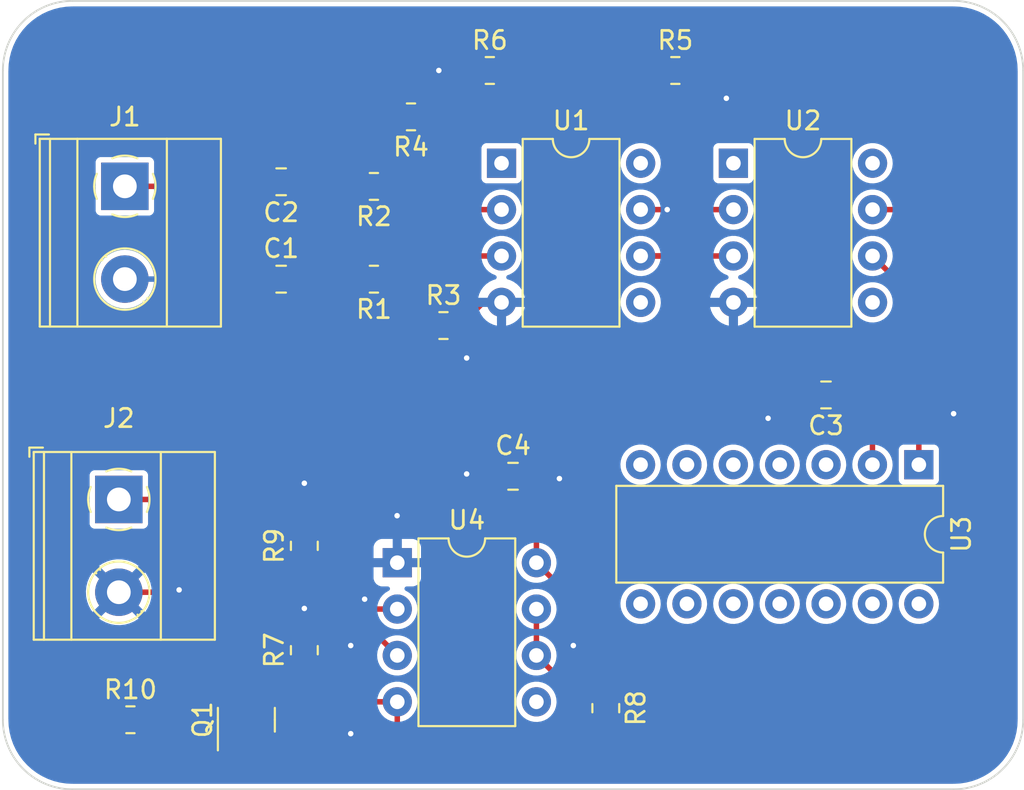
<source format=kicad_pcb>
(kicad_pcb (version 20211014) (generator pcbnew)
  (layers (0 "F.Cu" signal) (31 "B.Cu" power) (34 "B.Paste" user) (35 "F.Paste" user) (36 "B.SilkS" user "B.Silkscreen") (37 "F.SilkS" user "F.Silkscreen") (38 "B.Mask" user) (39 "F.Mask" user) (44 "Edge.Cuts" user))
  (net 0 "")
  (net 1 "Net-(C1-Pad1)")
  (net 2 "Net-(C1-Pad2)")
  (net 3 "Net-(C2-Pad1)")
  (net 4 "Net-(C2-Pad2)")
  (net 5 "Net-(C3-Pad1)")
  (net 6 "Net-(C3-Pad2)")
  (net 7 "GND")
  (net 8 "Net-(C4-Pad2)")
  (net 9 "+3.3V")
  (net 10 "Net-(Q1-Pad2)")
  (net 11 "Net-(Q1-Pad3)")
  (net 12 "Net-(R1-Pad1)")
  (net 13 "Net-(R2-Pad1)")
  (net 14 "Net-(R4-Pad1)")
  (net 15 "Net-(R5-Pad1)")
  (net 16 "+5V")
  (net 22 "Net-(U2-Pad6)")
  (footprint "Resistor_SMD:R_0805_2012Metric" (layer "F.Cu") (at 85.09 101.6)
    (fp_text reference "R6" (at 0 -1.65) (layer "F.SilkS"))
    (fp_text value "10k")
    (fp_line (start -0.227064 -0.735) (end 0.227064 -0.735) (layer "F.SilkS") (width 0.12))
    (fp_line (start -0.227064 0.735) (end 0.227064 0.735) (layer "F.SilkS") (width 0.12))
    (pad "1" smd roundrect (at -0.9125 0) (size 1.025 1.4) (layers "F.Cu" "F.Paste" "F.Mask") (roundrect_rratio 0.243902) (net 7 "GND"))
    (pad "2" smd roundrect (at 0.9125 0) (size 1.025 1.4) (layers "F.Cu" "F.Paste" "F.Mask") (roundrect_rratio 0.243902) (net 15 "Net-(R5-Pad1)"))
  )
  (footprint "TerminalBlock_Phoenix:TerminalBlock_Phoenix_MKDS-1,5-2-5.08_1x02_P5.08mm_Horizontal" (layer "F.Cu") (at 65.1 107.945 -90)
    (fp_text reference "J1" (at -3.805 0) (layer "F.SilkS"))
    (fp_text value "Screw_Terminal_01x02")
    (fp_line (start -2.84 4.9) (end -2.34 4.9) (layer "F.SilkS") (width 0.12))
    (fp_line (start -2.6 4.1) (end 7.68 4.1) (layer "F.SilkS") (width 0.12))
    (fp_line (start 3.853 1.023) (end 3.806 1.069) (layer "F.SilkS") (width 0.12))
    (fp_line (start -2.6 -5.261) (end -2.6 4.66) (layer "F.SilkS") (width 0.12))
    (fp_line (start -2.6 -2.301) (end 7.68 -2.301) (layer "F.SilkS") (width 0.12))
    (fp_line (start -2.6 4.66) (end 7.68 4.66) (layer "F.SilkS") (width 0.12))
    (fp_line (start -2.84 4.16) (end -2.84 4.9) (layer "F.SilkS") (width 0.12))
    (fp_line (start -2.6 -5.261) (end 7.68 -5.261) (layer "F.SilkS") (width 0.12))
    (fp_line (start 7.68 -5.261) (end 7.68 4.66) (layer "F.SilkS") (width 0.12))
    (fp_line (start 4.046 1.239) (end 4.011 1.274) (layer "F.SilkS") (width 0.12))
    (fp_line (start -2.6 2.6) (end 7.68 2.6) (layer "F.SilkS") (width 0.12))
    (fp_line (start 6.15 -1.275) (end 6.115 -1.239) (layer "F.SilkS") (width 0.12))
    (fp_line (start 6.355 -1.069) (end 6.308 -1.023) (layer "F.SilkS") (width 0.12))
    (fp_arc (start 0.683318 1.534756) (mid 0.349292 1.643288) (end 0 1.68) (layer "F.SilkS") (width 0.12))
    (fp_arc (start -1.535427 0.683042) (mid -1.680501 -0.000524) (end -1.535 -0.684) (layer "F.SilkS") (width 0.12))
    (fp_arc (start 1.535427 -0.683042) (mid 1.680501 0.000524) (end 1.535 0.684) (layer "F.SilkS") (width 0.12))
    (fp_arc (start -0.683042 -1.535427) (mid 0.000524 -1.680501) (end 0.684 -1.535) (layer "F.SilkS") (width 0.12))
    (fp_arc (start 0.028805 1.680253) (mid -0.335551 1.646659) (end -0.684 1.535) (layer "F.SilkS") (width 0.12))
    (fp_circle (center 5.08 0) (end 6.76 0) (layer "F.SilkS") (width 0.12) (fill none))
    (pad "1" thru_hole rect (at 0 0 270) (size 2.6 2.6) (drill 1.3) (layers *.Cu *.Mask) (net 4 "Net-(C2-Pad2)"))
    (pad "2" thru_hole circle (at 5.08 0 270) (size 2.6 2.6) (drill 1.3) (layers *.Cu *.Mask) (net 1 "Net-(C1-Pad1)"))
  )
  (footprint "Resistor_SMD:R_0805_2012Metric" (layer "F.Cu") (at 65.405 137.16)
    (fp_text reference "R10" (at 0 -1.65) (layer "F.SilkS"))
    (fp_text value "10k")
    (fp_line (start -0.227064 0.735) (end 0.227064 0.735) (layer "F.SilkS") (width 0.12))
    (fp_line (start -0.227064 -0.735) (end 0.227064 -0.735) (layer "F.SilkS") (width 0.12))
    (pad "1" smd roundrect (at -0.9125 0) (size 1.025 1.4) (layers "F.Cu" "F.Paste" "F.Mask") (roundrect_rratio 0.243902) (net 9 "+3.3V"))
    (pad "2" smd roundrect (at 0.9125 0) (size 1.025 1.4) (layers "F.Cu" "F.Paste" "F.Mask") (roundrect_rratio 0.243902) (net 11 "Net-(Q1-Pad3)"))
  )
  (footprint "Package_TO_SOT_SMD:SOT-23" (layer "F.Cu") (at 71.755 137.16 90)
    (fp_text reference "Q1" (at 0 -2.4 90) (layer "F.SilkS"))
    (fp_text value "2N7002K")
    (fp_line (start 0 -1.56) (end -1.675 -1.56) (layer "F.SilkS") (width 0.12))
    (fp_line (start 0 -1.56) (end 0.65 -1.56) (layer "F.SilkS") (width 0.12))
    (fp_line (start 0 1.56) (end 0.65 1.56) (layer "F.SilkS") (width 0.12))
    (fp_line (start 0 1.56) (end -0.65 1.56) (layer "F.SilkS") (width 0.12))
    (pad "1" smd roundrect (at -0.9375 -0.95 90) (size 1.475 0.6) (layers "F.Cu" "F.Paste" "F.Mask") (net 9 "+3.3V"))
    (pad "2" smd roundrect (at -0.9375 0.95 90) (size 1.475 0.6) (layers "F.Cu" "F.Paste" "F.Mask") (net 10 "Net-(Q1-Pad2)"))
    (pad "3" smd roundrect (at 0.9375 0 90) (size 1.475 0.6) (layers "F.Cu" "F.Paste" "F.Mask") (net 11 "Net-(Q1-Pad3)"))
  )
  (footprint "Resistor_SMD:R_0805_2012Metric" (layer "F.Cu") (at 80.772 104.14 180)
    (fp_text reference "R4" (at 0 -1.65) (layer "F.SilkS"))
    (fp_text value "10k")
    (fp_line (start -0.227064 -0.735) (end 0.227064 -0.735) (layer "F.SilkS") (width 0.12))
    (fp_line (start -0.227064 0.735) (end 0.227064 0.735) (layer "F.SilkS") (width 0.12))
    (pad "1" smd roundrect (at -0.9125 0 180) (size 1.025 1.4) (layers "F.Cu" "F.Paste" "F.Mask") (roundrect_rratio 0.243902) (net 14 "Net-(R4-Pad1)"))
    (pad "2" smd roundrect (at 0.9125 0 180) (size 1.025 1.4) (layers "F.Cu" "F.Paste" "F.Mask") (roundrect_rratio 0.243902) (net 13 "Net-(R2-Pad1)"))
  )
  (footprint "Capacitor_SMD:C_0805_2012Metric" (layer "F.Cu") (at 103.5 119.37 180)
    (fp_text reference "C3" (at 0 -1.68) (layer "F.SilkS"))
    (fp_text value "1uF")
    (fp_line (start -0.261252 0.735) (end 0.261252 0.735) (layer "F.SilkS") (width 0.12))
    (fp_line (start -0.261252 -0.735) (end 0.261252 -0.735) (layer "F.SilkS") (width 0.12))
    (pad "1" smd roundrect (at -0.95 0 180) (size 1 1.45) (layers "F.Cu" "F.Paste" "F.Mask") (net 5 "Net-(C3-Pad1)"))
    (pad "2" smd roundrect (at 0.95 0 180) (size 1 1.45) (layers "F.Cu" "F.Paste" "F.Mask") (net 6 "Net-(C3-Pad2)"))
  )
  (footprint "TerminalBlock_Phoenix:TerminalBlock_Phoenix_MKDS-1,5-2-5.08_1x02_P5.08mm_Horizontal" (layer "F.Cu") (at 64.77 125.095 -90)
    (fp_text reference "J2" (at -4.445 0) (layer "F.SilkS"))
    (fp_text value "Screw_Terminal_01x02")
    (fp_line (start -2.6 -2.301) (end 7.68 -2.301) (layer "F.SilkS") (width 0.12))
    (fp_line (start -2.84 4.16) (end -2.84 4.9) (layer "F.SilkS") (width 0.12))
    (fp_line (start -2.6 4.66) (end 7.68 4.66) (layer "F.SilkS") (width 0.12))
    (fp_line (start -2.84 4.9) (end -2.34 4.9) (layer "F.SilkS") (width 0.12))
    (fp_line (start -2.6 2.6) (end 7.68 2.6) (layer "F.SilkS") (width 0.12))
    (fp_line (start -2.6 -5.261) (end -2.6 4.66) (layer "F.SilkS") (width 0.12))
    (fp_line (start -2.6 4.1) (end 7.68 4.1) (layer "F.SilkS") (width 0.12))
    (fp_line (start 7.68 -5.261) (end 7.68 4.66) (layer "F.SilkS") (width 0.12))
    (fp_line (start 6.15 -1.275) (end 6.115 -1.239) (layer "F.SilkS") (width 0.12))
    (fp_line (start 6.355 -1.069) (end 6.308 -1.023) (layer "F.SilkS") (width 0.12))
    (fp_line (start -2.6 -5.261) (end 7.68 -5.261) (layer "F.SilkS") (width 0.12))
    (fp_line (start 3.853 1.023) (end 3.806 1.069) (layer "F.SilkS") (width 0.12))
    (fp_line (start 4.046 1.239) (end 4.011 1.274) (layer "F.SilkS") (width 0.12))
    (fp_arc (start 1.535427 -0.683042) (mid 1.680501 0.000524) (end 1.535 0.684) (layer "F.SilkS") (width 0.12))
    (fp_arc (start -1.535427 0.683042) (mid -1.680501 -0.000524) (end -1.535 -0.684) (layer "F.SilkS") (width 0.12))
    (fp_arc (start 0.683318 1.534756) (mid 0.349292 1.643288) (end 0 1.68) (layer "F.SilkS") (width 0.12))
    (fp_arc (start 0.028805 1.680253) (mid -0.335551 1.646659) (end -0.684 1.535) (layer "F.SilkS") (width 0.12))
    (fp_arc (start -0.683042 -1.535427) (mid 0.000524 -1.680501) (end 0.684 -1.535) (layer "F.SilkS") (width 0.12))
    (fp_circle (center 5.08 0) (end 6.76 0) (layer "F.SilkS") (width 0.12) (fill none))
    (pad "1" thru_hole rect (at 0 0 270) (size 2.6 2.6) (drill 1.3) (layers *.Cu *.Mask) (net 11 "Net-(Q1-Pad3)"))
    (pad "2" thru_hole circle (at 5.08 0 270) (size 2.6 2.6) (drill 1.3) (layers *.Cu *.Mask) (net 7 "GND"))
  )
  (footprint "Capacitor_SMD:C_0805_2012Metric" (layer "F.Cu") (at 73.66 113.03)
    (fp_text reference "C1" (at 0 -1.68) (layer "F.SilkS"))
    (fp_text value "200nF")
    (fp_line (start -0.261252 -0.735) (end 0.261252 -0.735) (layer "F.SilkS") (width 0.12))
    (fp_line (start -0.261252 0.735) (end 0.261252 0.735) (layer "F.SilkS") (width 0.12))
    (pad "1" smd roundrect (at -0.95 0) (size 1 1.45) (layers "F.Cu" "F.Paste" "F.Mask") (net 1 "Net-(C1-Pad1)"))
    (pad "2" smd roundrect (at 0.95 0) (size 1 1.45) (layers "F.Cu" "F.Paste" "F.Mask") (net 2 "Net-(C1-Pad2)"))
  )
  (footprint "Resistor_SMD:R_0805_2012Metric" (layer "F.Cu") (at 74.93 133.35 90)
    (fp_text reference "R7" (at 0 -1.65 90) (layer "F.SilkS"))
    (fp_text value "1k")
    (fp_line (start -0.227064 -0.735) (end 0.227064 -0.735) (layer "F.SilkS") (width 0.12))
    (fp_line (start -0.227064 0.735) (end 0.227064 0.735) (layer "F.SilkS") (width 0.12))
    (pad "1" smd roundrect (at -0.9125 0 90) (size 1.025 1.4) (layers "F.Cu" "F.Paste" "F.Mask") (roundrect_rratio 0.243902) (net 16 "+5V"))
    (pad "2" smd roundrect (at 0.9125 0 90) (size 1.025 1.4) (layers "F.Cu" "F.Paste" "F.Mask") (roundrect_rratio 0.243902) (net 6 "Net-(C3-Pad2)"))
  )
  (footprint "Resistor_SMD:R_0805_2012Metric" (layer "F.Cu") (at 74.93 127.635 90)
    (fp_text reference "R9" (at 0 -1.65 90) (layer "F.SilkS"))
    (fp_text value "10k")
    (fp_line (start -0.227064 0.735) (end 0.227064 0.735) (layer "F.SilkS") (width 0.12))
    (fp_line (start -0.227064 -0.735) (end 0.227064 -0.735) (layer "F.SilkS") (width 0.12))
    (pad "1" smd roundrect (at -0.9125 0 90) (size 1.025 1.4) (layers "F.Cu" "F.Paste" "F.Mask") (roundrect_rratio 0.243902) (net 16 "+5V"))
    (pad "2" smd roundrect (at 0.9125 0 90) (size 1.025 1.4) (layers "F.Cu" "F.Paste" "F.Mask") (roundrect_rratio 0.243902) (net 10 "Net-(Q1-Pad2)"))
  )
  (footprint "Capacitor_SMD:C_0805_2012Metric" (layer "F.Cu") (at 73.66 107.696 180)
    (fp_text reference "C2" (at 0 -1.68) (layer "F.SilkS"))
    (fp_text value "200nF")
    (fp_line (start -0.261252 -0.735) (end 0.261252 -0.735) (layer "F.SilkS") (width 0.12))
    (fp_line (start -0.261252 0.735) (end 0.261252 0.735) (layer "F.SilkS") (width 0.12))
    (pad "1" smd roundrect (at -0.95 0 180) (size 1 1.45) (layers "F.Cu" "F.Paste" "F.Mask") (net 3 "Net-(C2-Pad1)"))
    (pad "2" smd roundrect (at 0.95 0 180) (size 1 1.45) (layers "F.Cu" "F.Paste" "F.Mask") (net 4 "Net-(C2-Pad2)"))
  )
  (footprint "Resistor_SMD:R_0805_2012Metric" (layer "F.Cu") (at 82.55 115.57)
    (fp_text reference "R3" (at 0 -1.65) (layer "F.SilkS"))
    (fp_text value "10k")
    (fp_line (start -0.227064 0.735) (end 0.227064 0.735) (layer "F.SilkS") (width 0.12))
    (fp_line (start -0.227064 -0.735) (end 0.227064 -0.735) (layer "F.SilkS") (width 0.12))
    (pad "1" smd roundrect (at -0.9125 0) (size 1.025 1.4) (layers "F.Cu" "F.Paste" "F.Mask") (roundrect_rratio 0.243902) (net 12 "Net-(R1-Pad1)"))
    (pad "2" smd roundrect (at 0.9125 0) (size 1.025 1.4) (layers "F.Cu" "F.Paste" "F.Mask") (roundrect_rratio 0.243902) (net 7 "GND"))
  )
  (footprint "Resistor_SMD:R_0805_2012Metric" (layer "F.Cu") (at 91.44 136.525 -90)
    (fp_text reference "R8" (at 0 -1.65 90) (layer "F.SilkS"))
    (fp_text value "1.8k")
    (fp_line (start -0.227064 0.735) (end 0.227064 0.735) (layer "F.SilkS") (width 0.12))
    (fp_line (start -0.227064 -0.735) (end 0.227064 -0.735) (layer "F.SilkS") (width 0.12))
    (pad "1" smd roundrect (at -0.9125 0 270) (size 1.025 1.4) (layers "F.Cu" "F.Paste" "F.Mask") (roundrect_rratio 0.243902) (net 16 "+5V"))
    (pad "2" smd roundrect (at 0.9125 0 270) (size 1.025 1.4) (layers "F.Cu" "F.Paste" "F.Mask") (roundrect_rratio 0.243902) (net 8 "Net-(C4-Pad2)"))
  )
  (footprint "Resistor_SMD:R_0805_2012Metric" (layer "F.Cu") (at 95.25 101.6)
    (fp_text reference "R5" (at 0 -1.65) (layer "F.SilkS"))
    (fp_text value "10k")
    (fp_line (start -0.227064 -0.735) (end 0.227064 -0.735) (layer "F.SilkS") (width 0.12))
    (fp_line (start -0.227064 0.735) (end 0.227064 0.735) (layer "F.SilkS") (width 0.12))
    (pad "1" smd roundrect (at -0.9125 0) (size 1.025 1.4) (layers "F.Cu" "F.Paste" "F.Mask") (roundrect_rratio 0.243902) (net 15 "Net-(R5-Pad1)"))
    (pad "2" smd roundrect (at 0.9125 0) (size 1.025 1.4) (layers "F.Cu" "F.Paste" "F.Mask") (roundrect_rratio 0.243902) (net 16 "+5V"))
  )
  (footprint "Resistor_SMD:R_0805_2012Metric" (layer "F.Cu") (at 78.74 107.95 180)
    (fp_text reference "R2" (at 0 -1.65) (layer "F.SilkS"))
    (fp_text value "10k")
    (fp_line (start -0.227064 -0.735) (end 0.227064 -0.735) (layer "F.SilkS") (width 0.12))
    (fp_line (start -0.227064 0.735) (end 0.227064 0.735) (layer "F.SilkS") (width 0.12))
    (pad "1" smd roundrect (at -0.9125 0 180) (size 1.025 1.4) (layers "F.Cu" "F.Paste" "F.Mask") (roundrect_rratio 0.243902) (net 13 "Net-(R2-Pad1)"))
    (pad "2" smd roundrect (at 0.9125 0 180) (size 1.025 1.4) (layers "F.Cu" "F.Paste" "F.Mask") (roundrect_rratio 0.243902) (net 3 "Net-(C2-Pad1)"))
  )
  (footprint "Package_DIP:DIP-8_W7.62mm" (layer "F.Cu") (at 98.43 106.68)
    (fp_text reference "U2" (at 3.81 -2.33) (layer "F.SilkS"))
    (fp_text value "LM741")
    (fp_line (start 2.81 -1.33) (end 1.16 -1.33) (layer "F.SilkS") (width 0.12))
    (fp_line (start 1.16 -1.33) (end 1.16 8.95) (layer "F.SilkS") (width 0.12))
    (fp_line (start 6.46 -1.33) (end 4.81 -1.33) (layer "F.SilkS") (width 0.12))
    (fp_line (start 6.46 8.95) (end 6.46 -1.33) (layer "F.SilkS") (width 0.12))
    (fp_line (start 1.16 8.95) (end 6.46 8.95) (layer "F.SilkS") (width 0.12))
    (fp_arc (start 4.81 -1.33) (mid 3.81 -0.33) (end 2.81 -1.33) (layer "F.SilkS") (width 0.12))
    (pad "1" thru_hole rect (at 0 0) (size 1.6 1.6) (drill 0.8) (layers *.Cu *.Mask))
    (pad "2" thru_hole oval (at 0 2.54) (size 1.6 1.6) (drill 0.8) (layers *.Cu *.Mask) (net 15 "Net-(R5-Pad1)"))
    (pad "3" thru_hole oval (at 0 5.08) (size 1.6 1.6) (drill 0.8) (layers *.Cu *.Mask) (net 14 "Net-(R4-Pad1)"))
    (pad "4" thru_hole oval (at 0 7.62) (size 1.6 1.6) (drill 0.8) (layers *.Cu *.Mask) (net 7 "GND"))
    (pad "5" thru_hole oval (at 7.62 7.62) (size 1.6 1.6) (drill 0.8) (layers *.Cu *.Mask))
    (pad "6" thru_hole oval (at 7.62 5.08) (size 1.6 1.6) (drill 0.8) (layers *.Cu *.Mask) (net 22 "Net-(U2-Pad6)"))
    (pad "7" thru_hole oval (at 7.62 2.54) (size 1.6 1.6) (drill 0.8) (layers *.Cu *.Mask) (net 16 "+5V"))
    (pad "8" thru_hole oval (at 7.62 0) (size 1.6 1.6) (drill 0.8) (layers *.Cu *.Mask))
  )
  (footprint "Resistor_SMD:R_0805_2012Metric" (layer "F.Cu") (at 78.74 113.03 180)
    (fp_text reference "R1" (at 0 -1.65) (layer "F.SilkS"))
    (fp_text value "10k")
    (fp_line (start -0.227064 -0.735) (end 0.227064 -0.735) (layer "F.SilkS") (width 0.12))
    (fp_line (start -0.227064 0.735) (end 0.227064 0.735) (layer "F.SilkS") (width 0.12))
    (pad "1" smd roundrect (at -0.9125 0 180) (size 1.025 1.4) (layers "F.Cu" "F.Paste" "F.Mask") (roundrect_rratio 0.243902) (net 12 "Net-(R1-Pad1)"))
    (pad "2" smd roundrect (at 0.9125 0 180) (size 1.025 1.4) (layers "F.Cu" "F.Paste" "F.Mask") (roundrect_rratio 0.243902) (net 2 "Net-(C1-Pad2)"))
  )
  (footprint "Capacitor_SMD:C_0805_2012Metric" (layer "F.Cu") (at 86.36 123.825)
    (fp_text reference "C4" (at 0 -1.68) (layer "F.SilkS"))
    (fp_text value "100nF")
    (fp_line (start -0.261252 -0.735) (end 0.261252 -0.735) (layer "F.SilkS") (width 0.12))
    (fp_line (start -0.261252 0.735) (end 0.261252 0.735) (layer "F.SilkS") (width 0.12))
    (pad "1" smd roundrect (at -0.95 0) (size 1 1.45) (layers "F.Cu" "F.Paste" "F.Mask") (net 7 "GND"))
    (pad "2" smd roundrect (at 0.95 0) (size 1 1.45) (layers "F.Cu" "F.Paste" "F.Mask") (net 8 "Net-(C4-Pad2)"))
  )
  (footprint "Package_DIP:DIP-14_W7.62mm" (layer "F.Cu") (at 108.585 123.19 -90)
    (fp_text reference "U3" (at 3.81 -2.33 90) (layer "F.SilkS"))
    (fp_text value "74LS04")
    (fp_line (start 2.81 -1.33) (end 1.16 -1.33) (layer "F.SilkS") (width 0.12))
    (fp_line (start 6.46 16.57) (end 6.46 -1.33) (layer "F.SilkS") (width 0.12))
    (fp_line (start 6.46 -1.33) (end 4.81 -1.33) (layer "F.SilkS") (width 0.12))
    (fp_line (start 1.16 16.57) (end 6.46 16.57) (layer "F.SilkS") (width 0.12))
    (fp_line (start 1.16 -1.33) (end 1.16 16.57) (layer "F.SilkS") (width 0.12))
    (fp_arc (start 4.81 -1.33) (mid 3.81 -0.33) (end 2.81 -1.33) (layer "F.SilkS") (width 0.12))
    (pad "1" thru_hole rect (at 0 0 270) (size 1.6 1.6) (drill 0.8) (layers *.Cu *.Mask) (net 22 "Net-(U2-Pad6)"))
    (pad "2" thru_hole oval (at 0 2.54 270) (size 1.6 1.6) (drill 0.8) (layers *.Cu *.Mask) (net 5 "Net-(C3-Pad1)"))
    (pad "3" thru_hole oval (at 0 5.08 270) (size 1.6 1.6) (drill 0.8) (layers *.Cu *.Mask))
    (pad "4" thru_hole oval (at 0 7.62 270) (size 1.6 1.6) (drill 0.8) (layers *.Cu *.Mask))
    (pad "5" thru_hole oval (at 0 10.16 270) (size 1.6 1.6) (drill 0.8) (layers *.Cu *.Mask))
    (pad "6" thru_hole oval (at 0 12.7 270) (size 1.6 1.6) (drill 0.8) (layers *.Cu *.Mask))
    (pad "7" thru_hole oval (at 0 15.24 270) (size 1.6 1.6) (drill 0.8) (layers *.Cu *.Mask))
    (pad "8" thru_hole oval (at 7.62 15.24 270) (size 1.6 1.6) (drill 0.8) (layers *.Cu *.Mask))
    (pad "9" thru_hole oval (at 7.62 12.7 270) (size 1.6 1.6) (drill 0.8) (layers *.Cu *.Mask))
    (pad "10" thru_hole oval (at 7.62 10.16 270) (size 1.6 1.6) (drill 0.8) (layers *.Cu *.Mask))
    (pad "11" thru_hole oval (at 7.62 7.62 270) (size 1.6 1.6) (drill 0.8) (layers *.Cu *.Mask))
    (pad "12" thru_hole oval (at 7.62 5.08 270) (size 1.6 1.6) (drill 0.8) (layers *.Cu *.Mask))
    (pad "13" thru_hole oval (at 7.62 2.54 270) (size 1.6 1.6) (drill 0.8) (layers *.Cu *.Mask))
    (pad "14" thru_hole oval (at 7.62 0 270) (size 1.6 1.6) (drill 0.8) (layers *.Cu *.Mask))
  )
  (footprint "Package_DIP:DIP-8_W7.62mm" (layer "F.Cu") (at 80.02 128.5575)
    (fp_text reference "U4" (at 3.81 -2.33) (layer "F.SilkS"))
    (fp_text value "NA555P")
    (fp_line (start 1.16 -1.33) (end 1.16 8.95) (layer "F.SilkS") (width 0.12))
    (fp_line (start 6.46 8.95) (end 6.46 -1.33) (layer "F.SilkS") (width 0.12))
    (fp_line (start 6.46 -1.33) (end 4.81 -1.33) (layer "F.SilkS") (width 0.12))
    (fp_line (start 1.16 8.95) (end 6.46 8.95) (layer "F.SilkS") (width 0.12))
    (fp_line (start 2.81 -1.33) (end 1.16 -1.33) (layer "F.SilkS") (width 0.12))
    (fp_arc (start 4.81 -1.33) (mid 3.81 -0.33) (end 2.81 -1.33) (layer "F.SilkS") (width 0.12))
    (pad "1" thru_hole rect (at 0 0) (size 1.6 1.6) (drill 0.8) (layers *.Cu *.Mask) (net 7 "GND"))
    (pad "2" thru_hole oval (at 0 2.54) (size 1.6 1.6) (drill 0.8) (layers *.Cu *.Mask) (net 6 "Net-(C3-Pad2)"))
    (pad "3" thru_hole oval (at 0 5.08) (size 1.6 1.6) (drill 0.8) (layers *.Cu *.Mask) (net 10 "Net-(Q1-Pad2)"))
    (pad "4" thru_hole oval (at 0 7.62) (size 1.6 1.6) (drill 0.8) (layers *.Cu *.Mask) (net 16 "+5V"))
    (pad "5" thru_hole oval (at 7.62 7.62) (size 1.6 1.6) (drill 0.8) (layers *.Cu *.Mask))
    (pad "6" thru_hole oval (at 7.62 5.08) (size 1.6 1.6) (drill 0.8) (layers *.Cu *.Mask) (net 8 "Net-(C4-Pad2)"))
    (pad "7" thru_hole oval (at 7.62 2.54) (size 1.6 1.6) (drill 0.8) (layers *.Cu *.Mask) (net 8 "Net-(C4-Pad2)"))
    (pad "8" thru_hole oval (at 7.62 0) (size 1.6 1.6) (drill 0.8) (layers *.Cu *.Mask) (net 16 "+5V"))
  )
  (footprint "Package_DIP:DIP-8_W7.62mm" (layer "F.Cu") (at 85.73 106.68)
    (fp_text reference "U1" (at 3.81 -2.33) (layer "F.SilkS"))
    (fp_text value "LM741")
    (fp_line (start 1.16 8.95) (end 6.46 8.95) (layer "F.SilkS") (width 0.12))
    (fp_line (start 2.81 -1.33) (end 1.16 -1.33) (layer "F.SilkS") (width 0.12))
    (fp_line (start 1.16 -1.33) (end 1.16 8.95) (layer "F.SilkS") (width 0.12))
    (fp_line (start 6.46 -1.33) (end 4.81 -1.33) (layer "F.SilkS") (width 0.12))
    (fp_line (start 6.46 8.95) (end 6.46 -1.33) (layer "F.SilkS") (width 0.12))
    (fp_arc (start 4.81 -1.33) (mid 3.81 -0.33) (end 2.81 -1.33) (layer "F.SilkS") (width 0.12))
    (pad "1" thru_hole rect (at 0 0) (size 1.6 1.6) (drill 0.8) (layers *.Cu *.Mask))
    (pad "2" thru_hole oval (at 0 2.54) (size 1.6 1.6) (drill 0.8) (layers *.Cu *.Mask) (net 13 "Net-(R2-Pad1)"))
    (pad "3" thru_hole oval (at 0 5.08) (size 1.6 1.6) (drill 0.8) (layers *.Cu *.Mask) (net 12 "Net-(R1-Pad1)"))
    (pad "4" thru_hole oval (at 0 7.62) (size 1.6 1.6) (drill 0.8) (layers *.Cu *.Mask) (net 7 "GND"))
    (pad "5" thru_hole oval (at 7.62 7.62) (size 1.6 1.6) (drill 0.8) (layers *.Cu *.Mask))
    (pad "6" thru_hole oval (at 7.62 5.08) (size 1.6 1.6) (drill 0.8) (layers *.Cu *.Mask) (net 14 "Net-(R4-Pad1)"))
    (pad "7" thru_hole oval (at 7.62 2.54) (size 1.6 1.6) (drill 0.8) (layers *.Cu *.Mask) (net 16 "+5V"))
    (pad "8" thru_hole oval (at 7.62 0) (size 1.6 1.6) (drill 0.8) (layers *.Cu *.Mask))
  )
  (gr_arc (start 58.42 101.6) (mid 59.535923 98.905923) (end 62.23 97.79) (layer "Edge.Cuts") (width 0.1))
  (gr_line (start 114.3 137.16) (end 114.3 101.6) (layer "Edge.Cuts") (width 0.1))
  (gr_line (start 110.49 97.79) (end 62.23 97.79) (layer "Edge.Cuts") (width 0.1))
  (gr_arc (start 62.23 140.97) (mid 59.535923 139.854077) (end 58.42 137.16) (layer "Edge.Cuts") (width 0.1))
  (gr_line (start 62.23 140.97) (end 110.49 140.97) (layer "Edge.Cuts") (width 0.1))
  (gr_line (start 58.42 101.6) (end 58.42 137.16) (layer "Edge.Cuts") (width 0.1))
  (gr_arc (start 110.49 97.79) (mid 113.184077 98.905923) (end 114.3 101.6) (layer "Edge.Cuts") (width 0.1))
  (gr_arc (start 114.3 137.16) (mid 113.184077 139.854077) (end 110.49 140.97) (layer "Edge.Cuts") (width 0.1))
  (segment (start 72.395 113.025) (end 72.644 112.776) (width 0.3) (layer "B.Cu") (net 1))
  (segment (start 65.1 113.025) (end 72.395 113.025) (width 0.3) (layer "B.Cu") (net 1))
  (segment (start 74.61 113.03) (end 77.8275 113.03) (width 0.3) (layer "F.Cu") (net 2))
  (segment (start 77.5735 107.696) (end 77.8275 107.95) (width 0.3) (layer "F.Cu") (net 3))
  (segment (start 74.61 107.696) (end 77.5735 107.696) (width 0.3) (layer "F.Cu") (net 3))
  (segment (start 72.461 107.945) (end 65.1 107.945) (width 0.3) (layer "F.Cu") (net 4))
  (segment (start 72.71 107.696) (end 72.461 107.945) (width 0.3) (layer "F.Cu") (net 4))
  (segment (start 104.45 119.37) (end 106.045 120.965) (width 0.3) (layer "F.Cu") (net 5))
  (segment (start 106.045 120.965) (end 106.045 123.19) (width 0.3) (layer "F.Cu") (net 5))
  (segment (start 80.02 131.0975) (end 78.7735 131.0975) (width 0.3) (layer "F.Cu") (net 6))
  (segment (start 74.93 124.206) (end 79.766 119.37) (width 0.3) (layer "F.Cu") (net 6))
  (segment (start 78.7735 131.0975) (end 78.232 130.556) (width 0.3) (layer "F.Cu") (net 6))
  (segment (start 79.766 119.37) (end 102.55 119.37) (width 0.3) (layer "F.Cu") (net 6))
  (segment (start 74.93 132.4375) (end 74.93 131.064) (width 0.3) (layer "F.Cu") (net 6))
  (via (at 78.232 130.556) (size 0.7) (drill 0.3) (layers "F.Cu" "B.Cu") (net 6))
  (via (at 74.93 131.064) (size 0.7) (drill 0.3) (layers "F.Cu" "B.Cu") (net 6))
  (via (at 74.93 124.206) (size 0.7) (drill 0.3) (layers "F.Cu" "B.Cu") (net 6))
  (segment (start 74.93 130.556) (end 74.93 124.206) (width 0.3) (layer "B.Cu") (net 6))
  (segment (start 74.93 131.064) (end 74.93 130.556) (width 0.3) (layer "B.Cu") (net 6))
  (segment (start 78.232 130.556) (end 74.93 130.556) (width 0.3) (layer "B.Cu") (net 6))
  (segment (start 64.77 130.175) (end 67.945 130.175) (width 0.3) (layer "F.Cu") (net 7))
  (segment (start 84.1775 101.6) (end 82.296 101.6) (width 0.3) (layer "F.Cu") (net 7))
  (segment (start 83.4625 116.9905) (end 83.82 117.348) (width 0.3) (layer "F.Cu") (net 7))
  (segment (start 83.4625 115.57) (end 83.4625 116.9905) (width 0.3) (layer "F.Cu") (net 7))
  (segment (start 85.41 123.825) (end 83.947 123.825) (width 0.3) (layer "F.Cu") (net 7))
  (segment (start 67.945 130.175) (end 68.072 130.048) (width 0.3) (layer "F.Cu") (net 7))
  (segment (start 83.947 123.825) (end 83.82 123.698) (width 0.3) (layer "F.Cu") (net 7))
  (segment (start 85.73 114.3) (end 84.7325 114.3) (width 0.3) (layer "F.Cu") (net 7))
  (segment (start 84.7325 114.3) (end 83.4625 115.57) (width 0.3) (layer "F.Cu") (net 7))
  (via (at 83.82 123.698) (size 0.7) (drill 0.3) (layers "F.Cu" "B.Cu") (net 7))
  (via (at 82.296 101.6) (size 0.7) (drill 0.3) (layers "F.Cu" "B.Cu") (net 7))
  (via (at 68.072 130.048) (size 0.7) (drill 0.3) (layers "F.Cu" "B.Cu") (net 7))
  (via (at 83.82 117.348) (size 0.7) (drill 0.3) (layers "F.Cu" "B.Cu") (net 7))
  (via (at 80.01 125.984) (size 0.7) (drill 0.3) (layers "F.Cu" "B.Cu") (net 7))
  (segment (start 80.02 128.5575) (end 80.02 125.994) (width 0.3) (layer "B.Cu") (net 7))
  (segment (start 80.02 125.994) (end 80.01 125.984) (width 0.3) (layer "B.Cu") (net 7))
  (segment (start 88.6225 134.62) (end 87.64 133.6375) (width 0.3) (layer "F.Cu") (net 8))
  (segment (start 89.408 134.62) (end 88.6225 134.62) (width 0.3) (layer "F.Cu") (net 8))
  (segment (start 87.64 131.0975) (end 87.64 133.6375) (width 0.3) (layer "F.Cu") (net 8))
  (segment (start 87.31 123.825) (end 88.773 123.825) (width 0.3) (layer "F.Cu") (net 8))
  (segment (start 88.773 123.825) (end 88.9 123.952) (width 0.3) (layer "F.Cu") (net 8))
  (segment (start 89.408 136.144) (end 89.408 134.62) (width 0.3) (layer "F.Cu") (net 8))
  (segment (start 90.7015 137.4375) (end 89.408 136.144) (width 0.3) (layer "F.Cu") (net 8))
  (segment (start 89.662 133.096) (end 89.662 134.366) (width 0.3) (layer "F.Cu") (net 8))
  (segment (start 89.662 134.366) (end 89.408 134.62) (width 0.3) (layer "F.Cu") (net 8))
  (segment (start 91.44 137.4375) (end 90.7015 137.4375) (width 0.3) (layer "F.Cu") (net 8))
  (via (at 88.9 123.952) (size 0.7) (drill 0.3) (layers "F.Cu" "B.Cu") (net 8))
  (via (at 89.662 133.096) (size 0.7) (drill 0.3) (layers "F.Cu" "B.Cu") (net 8))
  (segment (start 90.17 125.222) (end 90.17 127.508) (width 0.3) (layer "B.Cu") (net 8))
  (segment (start 90.17 132.334) (end 89.662 132.842) (width 0.3) (layer "B.Cu") (net 8))
  (segment (start 88.9 123.952) (end 90.17 125.222) (width 0.3) (layer "B.Cu") (net 8))
  (segment (start 90.17 127.508) (end 90.17 132.334) (width 0.3) (layer "B.Cu") (net 8))
  (segment (start 89.662 132.842) (end 89.662 133.096) (width 0.3) (layer "B.Cu") (net 8))
  (segment (start 67.31 138.684) (end 66.0165 138.684) (width 0.3) (layer "F.Cu") (net 9))
  (segment (start 70.805 138.0975) (end 67.8965 138.0975) (width 0.3) (layer "F.Cu") (net 9))
  (segment (start 66.0165 138.684) (end 64.4925 137.16) (width 0.3) (layer "F.Cu") (net 9))
  (segment (start 67.8965 138.0975) (end 67.31 138.684) (width 0.3) (layer "F.Cu") (net 9))
  (segment (start 77.47 137.922) (end 72.8805 137.922) (width 0.3) (layer "F.Cu") (net 10))
  (segment (start 77.47 127.254) (end 77.47 131.0875) (width 0.3) (layer "F.Cu") (net 10))
  (segment (start 76.962 126.746) (end 77.47 127.254) (width 0.3) (layer "F.Cu") (net 10))
  (segment (start 74.93 126.7225) (end 74.9535 126.746) (width 0.3) (layer "F.Cu") (net 10))
  (segment (start 74.9535 126.746) (end 76.962 126.746) (width 0.3) (layer "F.Cu") (net 10))
  (segment (start 77.47 131.0875) (end 77.47 133.096) (width 0.3) (layer "F.Cu") (net 10))
  (segment (start 77.47 131.0875) (end 80.02 133.6375) (width 0.3) (layer "F.Cu") (net 10))
  (segment (start 72.8805 137.922) (end 72.705 138.0975) (width 0.3) (layer "F.Cu") (net 10))
  (via (at 77.47 133.096) (size 0.7) (drill 0.3) (layers "F.Cu" "B.Cu") (net 10))
  (via (at 77.47 137.922) (size 0.7) (drill 0.3) (layers "F.Cu" "B.Cu") (net 10))
  (segment (start 77.47 133.096) (end 77.47 137.922) (width 0.3) (layer "B.Cu") (net 10))
  (segment (start 71.755 136.2225) (end 71.755 128.905) (width 0.3) (layer "F.Cu") (net 11))
  (segment (start 67.945 125.095) (end 64.77 125.095) (width 0.3) (layer "F.Cu") (net 11))
  (segment (start 71.755 136.2225) (end 67.255 136.2225) (width 0.3) (layer "F.Cu") (net 11))
  (segment (start 67.255 136.2225) (end 66.3175 137.16) (width 0.3) (layer "F.Cu") (net 11))
  (segment (start 71.755 128.905) (end 67.945 125.095) (width 0.3) (layer "F.Cu") (net 11))
  (segment (start 80.9225 111.76) (end 79.6525 113.03) (width 0.3) (layer "F.Cu") (net 12))
  (segment (start 85.73 111.76) (end 80.9225 111.76) (width 0.3) (layer "F.Cu") (net 12))
  (segment (start 79.6525 113.03) (end 79.6525 113.585) (width 0.3) (layer "F.Cu") (net 12))
  (segment (start 79.6525 113.585) (end 81.6375 115.57) (width 0.3) (layer "F.Cu") (net 12))
  (segment (start 80.9225 109.22) (end 79.6525 107.95) (width 0.3) (layer "F.Cu") (net 13))
  (segment (start 85.73 109.22) (end 80.9225 109.22) (width 0.3) (layer "F.Cu") (net 13))
  (segment (start 79.8595 107.743) (end 79.6525 107.95) (width 0.3) (layer "F.Cu") (net 13))
  (segment (start 79.8595 104.14) (end 79.8595 107.743) (width 0.3) (layer "F.Cu") (net 13))
  (segment (start 98.43 111.76) (end 93.35 111.76) (width 0.3) (layer "F.Cu") (net 14))
  (segment (start 95.758 105.41) (end 95.758 110.49) (width 0.3) (layer "F.Cu") (net 14))
  (segment (start 95.758 110.49) (end 94.488 111.76) (width 0.3) (layer "F.Cu") (net 14))
  (segment (start 94.488 111.76) (end 93.35 111.76) (width 0.3) (layer "F.Cu") (net 14))
  (segment (start 81.6845 104.14) (end 94.488 104.14) (width 0.3) (layer "F.Cu") (net 14))
  (segment (start 94.488 104.14) (end 95.758 105.41) (width 0.3) (layer "F.Cu") (net 14))
  (segment (start 94.3375 101.6) (end 86.0025 101.6) (width 0.3) (layer "F.Cu") (net 15))
  (segment (start 94.488 103.124) (end 95.504 103.124) (width 0.3) (layer "F.Cu") (net 15))
  (segment (start 96.52 104.14) (end 96.52 108.712) (width 0.3) (layer "F.Cu") (net 15))
  (segment (start 96.52 108.712) (end 97.028 109.22) (width 0.3) (layer "F.Cu") (net 15))
  (segment (start 95.504 103.124) (end 96.52 104.14) (width 0.3) (layer "F.Cu") (net 15))
  (segment (start 94.488 101.7505) (end 94.488 103.124) (width 0.3) (layer "F.Cu") (net 15))
  (segment (start 94.3375 101.6) (end 94.488 101.7505) (width 0.3) (layer "F.Cu") (net 15))
  (segment (start 97.028 109.22) (end 98.43 109.22) (width 0.3) (layer "F.Cu") (net 15))
  (segment (start 93.218 139.192) (end 81.28 139.192) (width 0.3) (layer "F.Cu") (net 16))
  (segment (start 80.02 136.1775) (end 76.845 136.1775) (width 0.3) (layer "F.Cu") (net 16))
  (segment (start 72.6675 128.5475) (end 72.644 128.524) (width 0.3) (layer "F.Cu") (net 16))
  (segment (start 93.7025 135.6125) (end 93.726 135.636) (width 0.3) (layer "F.Cu") (net 16))
  (segment (start 90.17 121.666) (end 90.17 124.206) (width 0.3) (layer "F.Cu") (net 16))
  (segment (start 76.845 136.1775) (end 74.93 134.2625) (width 0.3) (layer "F.Cu") (net 16))
  (segment (start 72.644 128.524) (end 72.644 133.604) (width 0.3) (layer "F.Cu") (net 16))
  (segment (start 91.44 135.6125) (end 93.7025 135.6125) (width 0.3) (layer "F.Cu") (net 16))
  (segment (start 109.728 112.522) (end 110.49 113.284) (width 0.3) (layer "F.Cu") (net 16))
  (segment (start 94.8045 109.22) (end 93.35 109.22) (width 0.3) (layer "F.Cu") (net 16))
  (segment (start 90.17 124.206) (end 87.64 126.736) (width 0.3) (layer "F.Cu") (net 16))
  (segment (start 73.3025 134.2625) (end 74.93 134.2625) (width 0.3) (layer "F.Cu") (net 16))
  (segment (start 93.726 138.684) (end 93.218 139.192) (width 0.3) (layer "F.Cu") (net 16))
  (segment (start 109.22 105.156) (end 109.22 109.22) (width 0.3) (layer "F.Cu") (net 16))
  (segment (start 109.22 112.014) (end 109.728 112.522) (width 0.3) (layer "F.Cu") (net 16))
  (segment (start 80.02 137.932) (end 80.02 136.1775) (width 0.3) (layer "F.Cu") (net 16))
  (segment (start 74.93 128.5475) (end 72.6675 128.5475) (width 0.3) (layer "F.Cu") (net 16))
  (segment (start 72.644 133.604) (end 73.3025 134.2625) (width 0.3) (layer "F.Cu") (net 16))
  (segment (start 93.726 135.636) (end 93.726 138.684) (width 0.3) (layer "F.Cu") (net 16))
  (segment (start 98.044 101.6) (end 98.044 103.124) (width 0.3) (layer "F.Cu") (net 16))
  (segment (start 98.044 101.6) (end 105.664 101.6) (width 0.3) (layer "F.Cu") (net 16))
  (segment (start 100.33 120.65) (end 91.186 120.65) (width 0.3) (layer "F.Cu") (net 16))
  (segment (start 109.22 109.22) (end 109.22 112.014) (width 0.3) (layer "F.Cu") (net 16))
  (segment (start 91.186 120.65) (end 90.17 121.666) (width 0.3) (layer "F.Cu") (net 16))
  (segment (start 87.64 126.736) (end 87.64 128.5575) (width 0.3) (layer "F.Cu") (net 16))
  (segment (start 109.22 109.22) (end 106.05 109.22) (width 0.3) (layer "F.Cu") (net 16))
  (segment (start 91.44 132.3575) (end 87.64 128.5575) (width 0.3) (layer "F.Cu") (net 16))
  (segment (start 105.664 101.6) (end 109.22 105.156) (width 0.3) (layer "F.Cu") (net 16))
  (segment (start 91.44 135.6125) (end 91.44 132.3575) (width 0.3) (layer "F.Cu") (net 16))
  (segment (start 81.28 139.192) (end 80.02 137.932) (width 0.3) (layer "F.Cu") (net 16))
  (segment (start 96.1625 101.6) (end 98.044 101.6) (width 0.3) (layer "F.Cu") (net 16))
  (segment (start 110.49 113.284) (end 110.49 120.396) (width 0.3) (layer "F.Cu") (net 16))
  (via (at 94.8045 109.22) (size 0.7) (drill 0.3) (layers "F.Cu" "B.Cu") (net 16))
  (via (at 110.49 120.396) (size 0.7) (drill 0.3) (layers "F.Cu" "B.Cu") (net 16))
  (via (at 100.33 120.65) (size 0.7) (drill 0.3) (layers "F.Cu" "B.Cu") (net 16))
  (via (at 98.044 103.124) (size 0.7) (drill 0.3) (layers "F.Cu" "B.Cu") (net 16))
  (segment (start 110.49 120.396) (end 100.584 120.396) (width 0.3) (layer "B.Cu") (net 16))
  (segment (start 100.584 120.396) (end 100.33 120.65) (width 0.3) (layer "B.Cu") (net 16))
  (segment (start 98.044 103.612346) (end 94.8045 106.851846) (width 0.3) (layer "B.Cu") (net 16))
  (segment (start 98.044 103.124) (end 98.044 103.612346) (width 0.3) (layer "B.Cu") (net 16))
  (segment (start 94.8045 106.851846) (end 94.8045 109.22) (width 0.3) (layer "B.Cu") (net 16))
  (segment (start 108.585 114.295) (end 108.585 123.19) (width 0.3) (layer "F.Cu") (net 22))
  (segment (start 106.05 111.76) (end 108.585 114.295) (width 0.3) (layer "F.Cu") (net 22))
  (zone (net 7) (net_name "GND") (layer "B.Cu") (connect_pads (clearance 0.3)) (min_thickness 0.254) (fill yes (thermal_gap 0.5) (thermal_bridge_width 0.5))
    (polygon (pts (xy 114.3 140.97) (xy 58.42 140.97) (xy 58.42 97.79) (xy 114.3 97.79)))
  )
)
</source>
